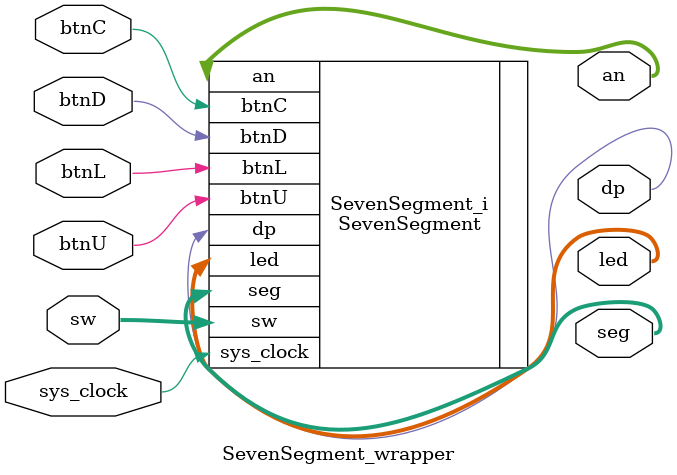
<source format=v>
`timescale 1 ps / 1 ps

module SevenSegment_wrapper
   (an,
    btnC,
    btnD,
    btnL,
    btnU,
    dp,
    led,
    seg,
    sw,
    sys_clock);
  output [3:0]an;
  input btnC;
  input btnD;
  input btnL;
  input btnU;
  output dp;
  output [2:0]led;
  output [6:0]seg;
  input [15:0]sw;
  input sys_clock;

  wire [3:0]an;
  wire btnC;
  wire btnD;
  wire btnL;
  wire btnU;
  wire dp;
  wire [2:0]led;
  wire [6:0]seg;
  wire [15:0]sw;
  wire sys_clock;

  SevenSegment SevenSegment_i
       (.an(an),
        .btnC(btnC),
        .btnD(btnD),
        .btnL(btnL),
        .btnU(btnU),
        .dp(dp),
        .led(led),
        .seg(seg),
        .sw(sw),
        .sys_clock(sys_clock));
endmodule

</source>
